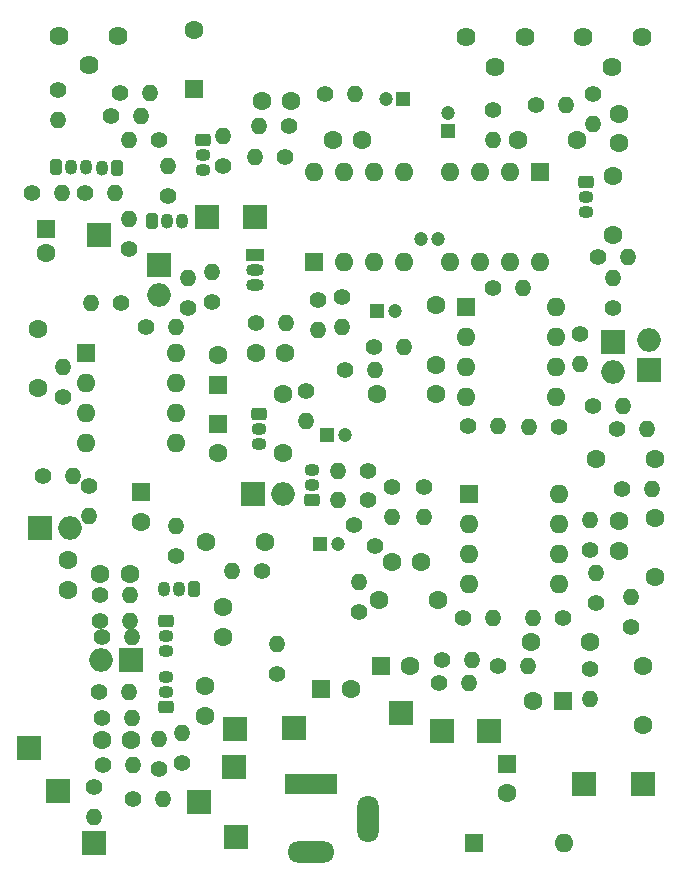
<source format=gbr>
%TF.GenerationSoftware,KiCad,Pcbnew,(6.0.0-0)*%
%TF.CreationDate,2022-11-24T10:29:58-08:00*%
%TF.ProjectId,Ibanez_FL-9,4962616e-657a-45f4-964c-2d392e6b6963,v02*%
%TF.SameCoordinates,Original*%
%TF.FileFunction,Copper,L1,Top*%
%TF.FilePolarity,Positive*%
%FSLAX46Y46*%
G04 Gerber Fmt 4.6, Leading zero omitted, Abs format (unit mm)*
G04 Created by KiCad (PCBNEW (6.0.0-0)) date 2022-11-24 10:29:58*
%MOMM*%
%LPD*%
G01*
G04 APERTURE LIST*
G04 Aperture macros list*
%AMRoundRect*
0 Rectangle with rounded corners*
0 $1 Rounding radius*
0 $2 $3 $4 $5 $6 $7 $8 $9 X,Y pos of 4 corners*
0 Add a 4 corners polygon primitive as box body*
4,1,4,$2,$3,$4,$5,$6,$7,$8,$9,$2,$3,0*
0 Add four circle primitives for the rounded corners*
1,1,$1+$1,$2,$3*
1,1,$1+$1,$4,$5*
1,1,$1+$1,$6,$7*
1,1,$1+$1,$8,$9*
0 Add four rect primitives between the rounded corners*
20,1,$1+$1,$2,$3,$4,$5,0*
20,1,$1+$1,$4,$5,$6,$7,0*
20,1,$1+$1,$6,$7,$8,$9,0*
20,1,$1+$1,$8,$9,$2,$3,0*%
%AMHorizOval*
0 Thick line with rounded ends*
0 $1 width*
0 $2 $3 position (X,Y) of the first rounded end (center of the circle)*
0 $4 $5 position (X,Y) of the second rounded end (center of the circle)*
0 Add line between two ends*
20,1,$1,$2,$3,$4,$5,0*
0 Add two circle primitives to create the rounded ends*
1,1,$1,$2,$3*
1,1,$1,$4,$5*%
G04 Aperture macros list end*
%TA.AperFunction,ComponentPad*%
%ADD10RoundRect,0.250001X-0.799999X-0.799999X0.799999X-0.799999X0.799999X0.799999X-0.799999X0.799999X0*%
%TD*%
%TA.AperFunction,ComponentPad*%
%ADD11C,1.600000*%
%TD*%
%TA.AperFunction,ComponentPad*%
%ADD12C,1.400000*%
%TD*%
%TA.AperFunction,ComponentPad*%
%ADD13O,1.400000X1.400000*%
%TD*%
%TA.AperFunction,ComponentPad*%
%ADD14R,2.000000X2.000000*%
%TD*%
%TA.AperFunction,ComponentPad*%
%ADD15O,2.000000X2.000000*%
%TD*%
%TA.AperFunction,ComponentPad*%
%ADD16R,1.200000X1.200000*%
%TD*%
%TA.AperFunction,ComponentPad*%
%ADD17C,1.200000*%
%TD*%
%TA.AperFunction,ComponentPad*%
%ADD18R,1.600000X1.600000*%
%TD*%
%TA.AperFunction,ComponentPad*%
%ADD19RoundRect,0.249900X-0.275100X-0.400100X0.275100X-0.400100X0.275100X0.400100X-0.275100X0.400100X0*%
%TD*%
%TA.AperFunction,ComponentPad*%
%ADD20O,1.050000X1.300000*%
%TD*%
%TA.AperFunction,ComponentPad*%
%ADD21RoundRect,0.249900X-0.400100X0.275100X-0.400100X-0.275100X0.400100X-0.275100X0.400100X0.275100X0*%
%TD*%
%TA.AperFunction,ComponentPad*%
%ADD22O,1.300000X1.050000*%
%TD*%
%TA.AperFunction,ComponentPad*%
%ADD23RoundRect,0.249900X0.400100X-0.275100X0.400100X0.275100X-0.400100X0.275100X-0.400100X-0.275100X0*%
%TD*%
%TA.AperFunction,ComponentPad*%
%ADD24O,1.600000X1.600000*%
%TD*%
%TA.AperFunction,ComponentPad*%
%ADD25RoundRect,0.249900X0.275100X0.400100X-0.275100X0.400100X-0.275100X-0.400100X0.275100X-0.400100X0*%
%TD*%
%TA.AperFunction,ComponentPad*%
%ADD26R,4.400000X1.800000*%
%TD*%
%TA.AperFunction,ComponentPad*%
%ADD27O,4.000000X1.800000*%
%TD*%
%TA.AperFunction,ComponentPad*%
%ADD28O,1.800000X4.000000*%
%TD*%
%TA.AperFunction,ComponentPad*%
%ADD29C,1.620000*%
%TD*%
%TA.AperFunction,ComponentPad*%
%ADD30R,1.500000X1.050000*%
%TD*%
%TA.AperFunction,ComponentPad*%
%ADD31O,1.500000X1.050000*%
%TD*%
%TA.AperFunction,ComponentPad*%
%ADD32HorizOval,1.400000X0.000000X0.000000X0.000000X0.000000X0*%
%TD*%
%TA.AperFunction,ViaPad*%
%ADD33C,1.200000*%
%TD*%
G04 APERTURE END LIST*
D10*
%TO.P,JP4,1,A*%
%TO.N,Net-(BT1-Pad1)*%
X219000000Y-101500000D03*
%TD*%
D11*
%TO.P,C126,1*%
%TO.N,Net-(C126-Pad1)*%
X212250000Y-51500000D03*
%TO.P,C126,2*%
%TO.N,/CP9*%
X209750000Y-51500000D03*
%TD*%
D12*
%TO.P,R142,1*%
%TO.N,GND*%
X190180000Y-93600000D03*
D13*
%TO.P,R142,2*%
%TO.N,Net-(D104-Pad1)*%
X192720000Y-93600000D03*
%TD*%
D10*
%TO.P,JP11,1,A*%
%TO.N,Net-(JP11-Pad1)*%
X198400000Y-107500000D03*
%TD*%
D11*
%TO.P,C118,1*%
%TO.N,Net-(C118-Pad1)*%
X214750000Y-87200000D03*
%TO.P,C118,2*%
%TO.N,/CP15*%
X217250000Y-87200000D03*
%TD*%
%TO.P,C107,1*%
%TO.N,GND*%
X234000000Y-51750000D03*
%TO.P,C107,2*%
%TO.N,Net-(C107-Pad2)*%
X234000000Y-49250000D03*
%TD*%
D14*
%TO.P,D107,1,K*%
%TO.N,Net-(D107-Pad1)*%
X195000000Y-62052330D03*
D15*
%TO.P,D107,2,A*%
%TO.N,GND*%
X195000000Y-64592330D03*
%TD*%
D16*
%TO.P,C117,1*%
%TO.N,/CP13*%
X208677401Y-85700000D03*
D17*
%TO.P,C117,2*%
%TO.N,Net-(C117-Pad2)*%
X210177401Y-85700000D03*
%TD*%
D11*
%TO.P,CR1,1*%
%TO.N,Net-(C122-Pad2)*%
X200500000Y-91050000D03*
%TO.P,CR1,2*%
%TO.N,Net-(Q104-Pad2)*%
X200500000Y-93550000D03*
%TD*%
D14*
%TO.P,D105,1,K*%
%TO.N,Net-(D105-Pad1)*%
X184952330Y-84300000D03*
D15*
%TO.P,D105,2,A*%
%TO.N,Net-(D105-Pad2)*%
X187492330Y-84300000D03*
%TD*%
D12*
%TO.P,R114,1*%
%TO.N,+5V*%
X209080000Y-47600000D03*
D13*
%TO.P,R114,2*%
%TO.N,Net-(R114-Pad2)*%
X211620000Y-47600000D03*
%TD*%
D12*
%TO.P,R116,1*%
%TO.N,GND*%
X223280000Y-64000000D03*
D13*
%TO.P,R116,2*%
%TO.N,/CP7*%
X225820000Y-64000000D03*
%TD*%
D12*
%TO.P,R162,1*%
%TO.N,GND*%
X197500000Y-65720000D03*
D13*
%TO.P,R162,2*%
%TO.N,Net-(D107-Pad1)*%
X197500000Y-63180000D03*
%TD*%
D16*
%TO.P,C115,1*%
%TO.N,/CP12*%
X209277401Y-76500000D03*
D17*
%TO.P,C115,2*%
%TO.N,Net-(C115-Pad2)*%
X210777401Y-76500000D03*
%TD*%
D12*
%TO.P,R132,1*%
%TO.N,GND*%
X218960000Y-95500000D03*
D13*
%TO.P,R132,2*%
%TO.N,Net-(JP3-Pad1)*%
X221500000Y-95500000D03*
%TD*%
D11*
%TO.P,C101,1*%
%TO.N,Net-(C101-Pad1)*%
X236000000Y-101000000D03*
%TO.P,C101,2*%
%TO.N,Net-(C101-Pad2)*%
X236000000Y-96000000D03*
%TD*%
D14*
%TO.P,D102,1,K*%
%TO.N,Net-(D101-Pad2)*%
X236500000Y-70947670D03*
D15*
%TO.P,D102,2,A*%
%TO.N,/CP5*%
X236500000Y-68407670D03*
%TD*%
D10*
%TO.P,JP5,1,A*%
%TO.N,Net-(C116-Pad2)*%
X215500000Y-100000000D03*
%TD*%
D12*
%TO.P,R130,1*%
%TO.N,Net-(R130-Pad1)*%
X220780000Y-92000000D03*
D13*
%TO.P,R130,2*%
%TO.N,/4.5v*%
X223320000Y-92000000D03*
%TD*%
D18*
%TO.P,C128,1*%
%TO.N,Net-(C128-Pad1)*%
X198000000Y-47200000D03*
D11*
%TO.P,C128,2*%
%TO.N,GND*%
X198000000Y-42200000D03*
%TD*%
%TO.P,C114,1*%
%TO.N,GND*%
X205750000Y-69500000D03*
%TO.P,C114,2*%
%TO.N,Net-(C114-Pad2)*%
X203250000Y-69500000D03*
%TD*%
D12*
%TO.P,R119,1*%
%TO.N,/CP11*%
X210780000Y-71000000D03*
D13*
%TO.P,R119,2*%
%TO.N,Net-(C111-Pad2)*%
X213320000Y-71000000D03*
%TD*%
D18*
%TO.P,C131,1*%
%TO.N,Net-(C130-Pad1)*%
X200000000Y-75500000D03*
D11*
%TO.P,C131,2*%
%TO.N,Net-(C131-Pad2)*%
X200000000Y-78000000D03*
%TD*%
D12*
%TO.P,R121,1*%
%TO.N,Net-(C113-Pad1)*%
X208500000Y-65000000D03*
D13*
%TO.P,R121,2*%
%TO.N,/CP11*%
X208500000Y-67540000D03*
%TD*%
D12*
%TO.P,R149,1*%
%TO.N,Net-(Q108-Pad1)*%
X188780000Y-56000000D03*
D13*
%TO.P,R149,2*%
%TO.N,Net-(C128-Pad1)*%
X191320000Y-56000000D03*
%TD*%
D12*
%TO.P,R153,1*%
%TO.N,Net-(C128-Pad1)*%
X191000000Y-49500000D03*
D13*
%TO.P,R153,2*%
%TO.N,/CP8*%
X193540000Y-49500000D03*
%TD*%
D12*
%TO.P,R124,1*%
%TO.N,/4.5v*%
X212720000Y-79500000D03*
D13*
%TO.P,R124,2*%
%TO.N,Net-(C115-Pad2)*%
X210180000Y-79500000D03*
%TD*%
D10*
%TO.P,JP1,1,A*%
%TO.N,Net-(JP1-Pad1)*%
X236000000Y-106000000D03*
%TD*%
D16*
%TO.P,C110,1*%
%TO.N,/CP7*%
X213500000Y-66000000D03*
D17*
%TO.P,C110,2*%
%TO.N,Net-(C110-Pad2)*%
X215000000Y-66000000D03*
%TD*%
D19*
%TO.P,Q109,1,E*%
%TO.N,Net-(JP8-Pad2)*%
X194460000Y-58335000D03*
D20*
%TO.P,Q109,2,C*%
%TO.N,+5V*%
X195730000Y-58335000D03*
%TO.P,Q109,3,B*%
%TO.N,Net-(D107-Pad1)*%
X197000000Y-58335000D03*
%TD*%
D21*
%TO.P,Q107,1,E*%
%TO.N,+5V*%
X198765000Y-51530000D03*
D22*
%TO.P,Q107,2,C*%
%TO.N,Net-(Q107-Pad2)*%
X198765000Y-52800000D03*
%TO.P,Q107,3,B*%
%TO.N,Net-(C127-Pad2)*%
X198765000Y-54070000D03*
%TD*%
D10*
%TO.P,JP9,1,A*%
%TO.N,Net-(D1-Pad2)*%
X201400000Y-104600000D03*
%TD*%
D12*
%TO.P,R143,1*%
%TO.N,Net-(Q106-Pad3)*%
X196500000Y-86720000D03*
D13*
%TO.P,R143,2*%
%TO.N,Net-(Q105-Pad2)*%
X196500000Y-84180000D03*
%TD*%
D10*
%TO.P,JP13,1,A*%
%TO.N,Net-(JP13-Pad1)*%
X186500000Y-106600000D03*
%TD*%
D11*
%TO.P,C112,1*%
%TO.N,Net-(C112-Pad1)*%
X218500000Y-70500000D03*
%TO.P,C112,2*%
%TO.N,/CP11*%
X218500000Y-65500000D03*
%TD*%
D12*
%TO.P,R110,1*%
%TO.N,/CP5*%
X233500000Y-65720000D03*
D13*
%TO.P,R110,2*%
%TO.N,Net-(C106-Pad1)*%
X233500000Y-63180000D03*
%TD*%
D12*
%TO.P,R159,1*%
%TO.N,GND*%
X189100000Y-80780000D03*
D13*
%TO.P,R159,2*%
%TO.N,Net-(C132-Pad1)*%
X189100000Y-83320000D03*
%TD*%
D12*
%TO.P,R127,1*%
%TO.N,/CP4*%
X217500000Y-80880000D03*
D13*
%TO.P,R127,2*%
%TO.N,Net-(C118-Pad1)*%
X217500000Y-83420000D03*
%TD*%
D12*
%TO.P,R101,1*%
%TO.N,Net-(C101-Pad2)*%
X235000000Y-92720000D03*
D13*
%TO.P,R101,2*%
%TO.N,Net-(R101-Pad2)*%
X235000000Y-90180000D03*
%TD*%
D12*
%TO.P,R118,1*%
%TO.N,Net-(C111-Pad2)*%
X213280000Y-69000000D03*
D13*
%TO.P,R118,2*%
%TO.N,Net-(C112-Pad1)*%
X215820000Y-69000000D03*
%TD*%
D12*
%TO.P,R131,1*%
%TO.N,Net-(C120-Pad2)*%
X218780000Y-97500000D03*
D13*
%TO.P,R131,2*%
%TO.N,Net-(JP3-Pad1)*%
X221320000Y-97500000D03*
%TD*%
D16*
%TO.P,C109,1*%
%TO.N,Net-(C109-Pad1)*%
X215722599Y-48000000D03*
D17*
%TO.P,C109,2*%
%TO.N,GND*%
X214222599Y-48000000D03*
%TD*%
D18*
%TO.P,C132,1*%
%TO.N,Net-(C132-Pad1)*%
X193500000Y-81294888D03*
D11*
%TO.P,C132,2*%
%TO.N,GND*%
X193500000Y-83794888D03*
%TD*%
D12*
%TO.P,R109,1*%
%TO.N,Net-(C104-Pad2)*%
X233780000Y-76000000D03*
D13*
%TO.P,R109,2*%
%TO.N,Net-(R109-Pad2)*%
X236320000Y-76000000D03*
%TD*%
D23*
%TO.P,Q103,1,S*%
%TO.N,/CP13*%
X208000000Y-82000000D03*
D22*
%TO.P,Q103,2,G*%
%TO.N,Net-(D103-Pad2)*%
X208000000Y-80730000D03*
%TO.P,Q103,3,D*%
%TO.N,Net-(C115-Pad2)*%
X208000000Y-79460000D03*
%TD*%
D11*
%TO.P,C113,1*%
%TO.N,Net-(C113-Pad1)*%
X205500000Y-78000000D03*
%TO.P,C113,2*%
%TO.N,/CP12*%
X205500000Y-73000000D03*
%TD*%
D12*
%TO.P,R157,1*%
%TO.N,Net-(C130-Pad2)*%
X205000000Y-96720000D03*
D13*
%TO.P,R157,2*%
%TO.N,Net-(JP7-Pad2)*%
X205000000Y-94180000D03*
%TD*%
D12*
%TO.P,R136,1*%
%TO.N,GND*%
X190180000Y-100400000D03*
D13*
%TO.P,R136,2*%
%TO.N,Net-(C123-Pad2)*%
X192720000Y-100400000D03*
%TD*%
D12*
%TO.P,R115,1*%
%TO.N,Net-(R115-Pad1)*%
X227000000Y-48500000D03*
D13*
%TO.P,R115,2*%
%TO.N,GND*%
X229540000Y-48500000D03*
%TD*%
D11*
%TO.P,C123,1*%
%TO.N,Net-(C122-Pad1)*%
X190200000Y-102300000D03*
%TO.P,C123,2*%
%TO.N,Net-(C123-Pad2)*%
X192700000Y-102300000D03*
%TD*%
D18*
%TO.P,U101,1*%
%TO.N,/CP15*%
X221300000Y-81500000D03*
D24*
%TO.P,U101,2,-*%
%TO.N,Net-(C118-Pad1)*%
X221300000Y-84040000D03*
%TO.P,U101,3,+*%
%TO.N,Net-(R130-Pad1)*%
X221300000Y-86580000D03*
%TO.P,U101,4,V-*%
%TO.N,GND*%
X221300000Y-89120000D03*
%TO.P,U101,5,+*%
%TO.N,Net-(R101-Pad2)*%
X228920000Y-89120000D03*
%TO.P,U101,6,-*%
%TO.N,Net-(C102-Pad1)*%
X228920000Y-86580000D03*
%TO.P,U101,7*%
%TO.N,/CP4*%
X228920000Y-84040000D03*
%TO.P,U101,8,V+*%
%TO.N,+9V*%
X228920000Y-81500000D03*
%TD*%
D12*
%TO.P,R138,1*%
%TO.N,Net-(R138-Pad1)*%
X190280000Y-104400000D03*
D13*
%TO.P,R138,2*%
%TO.N,Net-(C122-Pad1)*%
X192820000Y-104400000D03*
%TD*%
D10*
%TO.P,JP15,1,A*%
%TO.N,Net-(JP15-Pad1)*%
X203140000Y-58000000D03*
%TD*%
D11*
%TO.P,C127,1*%
%TO.N,Net-(C126-Pad1)*%
X206250000Y-48200000D03*
%TO.P,C127,2*%
%TO.N,Net-(C127-Pad2)*%
X203750000Y-48200000D03*
%TD*%
D12*
%TO.P,R111,1*%
%TO.N,Net-(C107-Pad2)*%
X232180000Y-61400000D03*
D13*
%TO.P,R111,2*%
%TO.N,Net-(C106-Pad1)*%
X234720000Y-61400000D03*
%TD*%
D10*
%TO.P,JP7,1,A*%
%TO.N,Net-(JP7-Pad1)*%
X201500000Y-101400000D03*
%TD*%
D19*
%TO.P,Q108,1,B1*%
%TO.N,Net-(Q108-Pad1)*%
X186310000Y-53816000D03*
D20*
%TO.P,Q108,2,C1*%
X187580000Y-53816000D03*
%TO.P,Q108,3,E*%
%TO.N,GND*%
X188850000Y-53816000D03*
%TO.P,Q108,4,C2*%
%TO.N,Net-(Q108-Pad4)*%
X190192000Y-53846000D03*
D25*
%TO.P,Q108,5,B2*%
%TO.N,Net-(C128-Pad1)*%
X191462000Y-53846000D03*
%TD*%
D11*
%TO.P,C103,1*%
%TO.N,Net-(C103-Pad1)*%
X226500000Y-94000000D03*
%TO.P,C103,2*%
%TO.N,Net-(C103-Pad2)*%
X231500000Y-94000000D03*
%TD*%
%TO.P,C106,1*%
%TO.N,Net-(C106-Pad1)*%
X233500000Y-59500000D03*
%TO.P,C106,2*%
%TO.N,/CP6*%
X233500000Y-54500000D03*
%TD*%
D12*
%TO.P,R108,1*%
%TO.N,Net-(C104-Pad2)*%
X231780000Y-74000000D03*
D13*
%TO.P,R108,2*%
%TO.N,Net-(D101-Pad2)*%
X234320000Y-74000000D03*
%TD*%
D11*
%TO.P,C124,1*%
%TO.N,GND*%
X187300000Y-87050000D03*
%TO.P,C124,2*%
%TO.N,Net-(C122-Pad1)*%
X187300000Y-89550000D03*
%TD*%
D10*
%TO.P,JP2,1,A*%
%TO.N,Net-(J1-PadT)*%
X231000000Y-106000000D03*
%TD*%
D12*
%TO.P,R141,1*%
%TO.N,Net-(C122-Pad1)*%
X192880000Y-107300000D03*
D13*
%TO.P,R141,2*%
%TO.N,Net-(JP11-Pad1)*%
X195420000Y-107300000D03*
%TD*%
D21*
%TO.P,Q105,1,E*%
%TO.N,Net-(D104-Pad2)*%
X195665000Y-92230000D03*
D22*
%TO.P,Q105,2,C*%
%TO.N,Net-(Q105-Pad2)*%
X195665000Y-93500000D03*
%TO.P,Q105,3,B*%
%TO.N,Net-(C122-Pad2)*%
X195665000Y-94770000D03*
%TD*%
D12*
%TO.P,R139,1*%
%TO.N,Net-(R138-Pad1)*%
X197000000Y-104220000D03*
D13*
%TO.P,R139,2*%
%TO.N,+9V*%
X197000000Y-101680000D03*
%TD*%
D12*
%TO.P,R145,1*%
%TO.N,/CP9*%
X205720000Y-52900000D03*
D13*
%TO.P,R145,2*%
%TO.N,Net-(Q107-Pad2)*%
X203180000Y-52900000D03*
%TD*%
D12*
%TO.P,R107,1*%
%TO.N,/CP5*%
X230700000Y-67880000D03*
D13*
%TO.P,R107,2*%
%TO.N,Net-(C104-Pad2)*%
X230700000Y-70420000D03*
%TD*%
D18*
%TO.P,U103,1*%
%TO.N,Net-(C129-Pad2)*%
X188900000Y-69500000D03*
D24*
%TO.P,U103,2,-*%
%TO.N,Net-(C129-Pad1)*%
X188900000Y-72040000D03*
%TO.P,U103,3,+*%
%TO.N,Net-(R155-Pad1)*%
X188900000Y-74580000D03*
%TO.P,U103,4,V-*%
%TO.N,GND*%
X188900000Y-77120000D03*
%TO.P,U103,5,+*%
%TO.N,Net-(C132-Pad1)*%
X196520000Y-77120000D03*
%TO.P,U103,6,-*%
%TO.N,Net-(C130-Pad2)*%
X196520000Y-74580000D03*
%TO.P,U103,7*%
%TO.N,Net-(C131-Pad2)*%
X196520000Y-72040000D03*
%TO.P,U103,8,V+*%
%TO.N,+5V*%
X196520000Y-69500000D03*
%TD*%
D11*
%TO.P,C102,1*%
%TO.N,Net-(C102-Pad1)*%
X234000000Y-86250000D03*
%TO.P,C102,2*%
%TO.N,/CP4*%
X234000000Y-83750000D03*
%TD*%
D18*
%TO.P,U105,1,VDD*%
%TO.N,+5V*%
X208200000Y-61800000D03*
D24*
%TO.P,U105,2,CP1*%
%TO.N,Net-(U104-Pad2)*%
X210740000Y-61800000D03*
%TO.P,U105,3,GND*%
%TO.N,GND*%
X213280000Y-61800000D03*
%TO.P,U105,4,CP2*%
%TO.N,/CP1*%
X215820000Y-61800000D03*
%TO.P,U105,5,OX3*%
%TO.N,Net-(C126-Pad1)*%
X215820000Y-54180000D03*
%TO.P,U105,6,OX2*%
%TO.N,unconnected-(U105-Pad6)*%
X213280000Y-54180000D03*
%TO.P,U105,7,OX1*%
%TO.N,/CP9*%
X210740000Y-54180000D03*
%TO.P,U105,8,VGG*%
%TO.N,Net-(C125-Pad1)*%
X208200000Y-54180000D03*
%TD*%
D12*
%TO.P,R152,1*%
%TO.N,Net-(R152-Pad1)*%
X186500000Y-47280000D03*
D13*
%TO.P,R152,2*%
%TO.N,+5V*%
X186500000Y-49820000D03*
%TD*%
D18*
%TO.P,U104,1,GND*%
%TO.N,GND*%
X227300000Y-54200000D03*
D24*
%TO.P,U104,2,CP1*%
%TO.N,Net-(U104-Pad2)*%
X224760000Y-54200000D03*
%TO.P,U104,3,IN*%
%TO.N,Net-(C108-Pad2)*%
X222220000Y-54200000D03*
%TO.P,U104,4,VGG*%
%TO.N,Net-(C125-Pad1)*%
X219680000Y-54200000D03*
%TO.P,U104,5,VDD*%
%TO.N,+5V*%
X219680000Y-61820000D03*
%TO.P,U104,6,CP2*%
%TO.N,/CP1*%
X222220000Y-61820000D03*
%TO.P,U104,7,OUT1*%
%TO.N,/CP7*%
X224760000Y-61820000D03*
%TO.P,U104,8,OUT2*%
X227300000Y-61820000D03*
%TD*%
D12*
%TO.P,R104,1*%
%TO.N,Net-(C105-Pad2)*%
X232000000Y-90720000D03*
D13*
%TO.P,R104,2*%
%TO.N,Net-(C102-Pad1)*%
X232000000Y-88180000D03*
%TD*%
D26*
%TO.P,J3,1*%
%TO.N,GND*%
X207900000Y-106000000D03*
D27*
%TO.P,J3,2*%
%TO.N,+9V*%
X207900000Y-111800000D03*
D28*
%TO.P,J3,3*%
%TO.N,Net-(J3-Pad3)*%
X212700000Y-109000000D03*
%TD*%
D11*
%TO.P,C111,1*%
%TO.N,GND*%
X213500000Y-73000000D03*
%TO.P,C111,2*%
%TO.N,Net-(C111-Pad2)*%
X218500000Y-73000000D03*
%TD*%
D29*
%TO.P,RV103,1,1*%
%TO.N,Net-(R109-Pad2)*%
X235900000Y-42775000D03*
%TO.P,RV103,2,2*%
%TO.N,Net-(C103-Pad1)*%
X233400000Y-45275000D03*
%TO.P,RV103,3,3*%
X230900000Y-42775000D03*
%TD*%
D10*
%TO.P,JP12,1,A*%
%TO.N,Net-(D1-Pad1)*%
X189500000Y-111000000D03*
%TD*%
%TO.P,JP16,1,A*%
%TO.N,Net-(JP16-Pad1)*%
X190000000Y-59500000D03*
%TD*%
D11*
%TO.P,C121,1*%
%TO.N,GND*%
X199000000Y-85500000D03*
%TO.P,C121,2*%
%TO.N,/CP14*%
X204000000Y-85500000D03*
%TD*%
%TO.P,C105,1*%
%TO.N,/4.5v*%
X237000000Y-88500000D03*
%TO.P,C105,2*%
%TO.N,Net-(C105-Pad2)*%
X237000000Y-83500000D03*
%TD*%
D12*
%TO.P,R134,1*%
%TO.N,+9V*%
X190080000Y-92200000D03*
D13*
%TO.P,R134,2*%
%TO.N,Net-(Q105-Pad2)*%
X192620000Y-92200000D03*
%TD*%
D10*
%TO.P,JP3,1,A*%
%TO.N,Net-(JP3-Pad1)*%
X223000000Y-101500000D03*
%TD*%
D12*
%TO.P,R163,1*%
%TO.N,/4.5v*%
X231500000Y-96280000D03*
D13*
%TO.P,R163,2*%
%TO.N,+9V*%
X231500000Y-98820000D03*
%TD*%
D12*
%TO.P,R103,1*%
%TO.N,Net-(C102-Pad1)*%
X231500000Y-86220000D03*
D13*
%TO.P,R103,2*%
%TO.N,/CP4*%
X231500000Y-83680000D03*
%TD*%
D25*
%TO.P,Q106,1,E*%
%TO.N,Net-(D104-Pad2)*%
X198000000Y-89500000D03*
D20*
%TO.P,Q106,2,C*%
%TO.N,Net-(R144-Pad2)*%
X196730000Y-89500000D03*
%TO.P,Q106,3,B*%
%TO.N,Net-(Q106-Pad3)*%
X195460000Y-89500000D03*
%TD*%
D12*
%TO.P,R112,1*%
%TO.N,GND*%
X231800000Y-47580000D03*
D13*
%TO.P,R112,2*%
%TO.N,/CP6*%
X231800000Y-50120000D03*
%TD*%
D21*
%TO.P,Q101,1,E*%
%TO.N,/CP6*%
X231165000Y-55030000D03*
D22*
%TO.P,Q101,2,C*%
%TO.N,/4.5v*%
X231165000Y-56300000D03*
%TO.P,Q101,3,B*%
%TO.N,Net-(C107-Pad2)*%
X231165000Y-57570000D03*
%TD*%
D29*
%TO.P,RV102,1,1*%
%TO.N,Net-(R114-Pad2)*%
X226000000Y-42775000D03*
%TO.P,RV102,2,2*%
%TO.N,Net-(C109-Pad1)*%
X223500000Y-45275000D03*
%TO.P,RV102,3,3*%
%TO.N,Net-(R115-Pad1)*%
X221000000Y-42775000D03*
%TD*%
D11*
%TO.P,C129,1*%
%TO.N,Net-(C129-Pad1)*%
X184800000Y-72500000D03*
%TO.P,C129,2*%
%TO.N,Net-(C129-Pad2)*%
X184800000Y-67500000D03*
%TD*%
D18*
%TO.P,C116,1*%
%TO.N,/CP13*%
X208794888Y-98000000D03*
D11*
%TO.P,C116,2*%
%TO.N,Net-(C116-Pad2)*%
X211294888Y-98000000D03*
%TD*%
%TO.P,C119,1*%
%TO.N,Net-(C119-Pad1)*%
X213700000Y-90400000D03*
%TO.P,C119,2*%
%TO.N,/CP15*%
X218700000Y-90400000D03*
%TD*%
D29*
%TO.P,RV101,1,1*%
%TO.N,GND*%
X191600000Y-42675000D03*
%TO.P,RV101,2,2*%
%TO.N,Net-(R151-Pad1)*%
X189100000Y-45175000D03*
%TO.P,RV101,3,3*%
%TO.N,Net-(R152-Pad1)*%
X186600000Y-42675000D03*
%TD*%
D12*
%TO.P,R125,1*%
%TO.N,/4.5v*%
X212720000Y-82000000D03*
D13*
%TO.P,R125,2*%
%TO.N,/CP13*%
X210180000Y-82000000D03*
%TD*%
D12*
%TO.P,R140,1*%
%TO.N,Net-(R138-Pad1)*%
X195000000Y-104720000D03*
D13*
%TO.P,R140,2*%
%TO.N,GND*%
X195000000Y-102180000D03*
%TD*%
D18*
%TO.P,U102,1*%
%TO.N,/CP11*%
X221000000Y-65600000D03*
D24*
%TO.P,U102,2,-*%
%TO.N,Net-(C112-Pad1)*%
X221000000Y-68140000D03*
%TO.P,U102,3,+*%
%TO.N,Net-(R120-Pad1)*%
X221000000Y-70680000D03*
%TO.P,U102,4,V-*%
%TO.N,GND*%
X221000000Y-73220000D03*
%TO.P,U102,5,+*%
%TO.N,Net-(R106-Pad1)*%
X228620000Y-73220000D03*
%TO.P,U102,6,-*%
%TO.N,Net-(C104-Pad2)*%
X228620000Y-70680000D03*
%TO.P,U102,7*%
%TO.N,/CP5*%
X228620000Y-68140000D03*
%TO.P,U102,8,V+*%
%TO.N,+9V*%
X228620000Y-65600000D03*
%TD*%
D12*
%TO.P,R120,1*%
%TO.N,Net-(R120-Pad1)*%
X221180000Y-75700000D03*
D13*
%TO.P,R120,2*%
%TO.N,/4.5v*%
X223720000Y-75700000D03*
%TD*%
D14*
%TO.P,D104,1,K*%
%TO.N,Net-(D104-Pad1)*%
X192647670Y-95500000D03*
D15*
%TO.P,D104,2,A*%
%TO.N,Net-(D104-Pad2)*%
X190107670Y-95500000D03*
%TD*%
D18*
%TO.P,C120,1*%
%TO.N,/CP15*%
X213794888Y-96000000D03*
D11*
%TO.P,C120,2*%
%TO.N,Net-(C120-Pad2)*%
X216294888Y-96000000D03*
%TD*%
D12*
%TO.P,R122,1*%
%TO.N,Net-(C114-Pad2)*%
X203280000Y-67000000D03*
D13*
%TO.P,R122,2*%
%TO.N,Net-(C113-Pad1)*%
X205820000Y-67000000D03*
%TD*%
D10*
%TO.P,JP6,1,A*%
%TO.N,Net-(JP6-Pad1)*%
X206500000Y-101300000D03*
%TD*%
D12*
%TO.P,R133,1*%
%TO.N,/CP14*%
X203720000Y-88000000D03*
D13*
%TO.P,R133,2*%
%TO.N,Net-(Q105-Pad2)*%
X201180000Y-88000000D03*
%TD*%
D21*
%TO.P,Q102,1,E*%
%TO.N,/CP12*%
X203500000Y-74730000D03*
D22*
%TO.P,Q102,2,C*%
%TO.N,/4.5v*%
X203500000Y-76000000D03*
%TO.P,Q102,3,B*%
%TO.N,Net-(C114-Pad2)*%
X203500000Y-77270000D03*
%TD*%
D12*
%TO.P,R105,1*%
%TO.N,/CP4*%
X234280000Y-81000000D03*
D13*
%TO.P,R105,2*%
%TO.N,Net-(C104-Pad1)*%
X236820000Y-81000000D03*
%TD*%
D12*
%TO.P,R106,1*%
%TO.N,Net-(R106-Pad1)*%
X228920000Y-75800000D03*
D13*
%TO.P,R106,2*%
%TO.N,/4.5v*%
X226380000Y-75800000D03*
%TD*%
D30*
%TO.P,U106,1,VO*%
%TO.N,+5V*%
X203140000Y-61230000D03*
D31*
%TO.P,U106,2,GND*%
%TO.N,GND*%
X203140000Y-62500000D03*
%TO.P,U106,3,VI*%
%TO.N,+9V*%
X203140000Y-63770000D03*
%TD*%
D12*
%TO.P,R161,1*%
%TO.N,Net-(D107-Pad1)*%
X195800000Y-56220000D03*
D13*
%TO.P,R161,2*%
%TO.N,+5V*%
X195800000Y-53680000D03*
%TD*%
D18*
%TO.P,D106,1,K*%
%TO.N,+9V*%
X221690000Y-111000000D03*
D24*
%TO.P,D106,2,A*%
%TO.N,GND*%
X229310000Y-111000000D03*
%TD*%
D18*
%TO.P,C133,1*%
%TO.N,+9V*%
X224500000Y-104317621D03*
D11*
%TO.P,C133,2*%
%TO.N,GND*%
X224500000Y-106817621D03*
%TD*%
D10*
%TO.P,JP8,1,A*%
%TO.N,Net-(JP8-Pad1)*%
X199140000Y-58000000D03*
%TD*%
D11*
%TO.P,CR2,1*%
%TO.N,Net-(Q105-Pad2)*%
X198900000Y-97750000D03*
%TO.P,CR2,2*%
%TO.N,Net-(C123-Pad2)*%
X198900000Y-100250000D03*
%TD*%
D12*
%TO.P,R126,1*%
%TO.N,Net-(C118-Pad1)*%
X213362671Y-85862671D03*
D32*
%TO.P,R126,2*%
%TO.N,Net-(C117-Pad2)*%
X211566620Y-84066620D03*
%TD*%
D14*
%TO.P,D101,1,K*%
%TO.N,/CP5*%
X233500000Y-68552330D03*
D15*
%TO.P,D101,2,A*%
%TO.N,Net-(D101-Pad2)*%
X233500000Y-71092330D03*
%TD*%
D11*
%TO.P,C108,1*%
%TO.N,/CP6*%
X230400000Y-51500000D03*
%TO.P,C108,2*%
%TO.N,Net-(C108-Pad2)*%
X225400000Y-51500000D03*
%TD*%
D12*
%TO.P,R102,1*%
%TO.N,Net-(R101-Pad2)*%
X229220000Y-92000000D03*
D13*
%TO.P,R102,2*%
%TO.N,/4.5v*%
X226680000Y-92000000D03*
%TD*%
D12*
%TO.P,R113,1*%
%TO.N,Net-(C109-Pad1)*%
X223300000Y-48980000D03*
D13*
%TO.P,R113,2*%
%TO.N,Net-(C108-Pad2)*%
X223300000Y-51520000D03*
%TD*%
D14*
%TO.P,D103,1,K*%
%TO.N,/CP14*%
X203000000Y-81500000D03*
D15*
%TO.P,D103,2,A*%
%TO.N,Net-(D103-Pad2)*%
X205540000Y-81500000D03*
%TD*%
D11*
%TO.P,C104,1*%
%TO.N,Net-(C104-Pad1)*%
X237000000Y-78500000D03*
%TO.P,C104,2*%
%TO.N,Net-(C104-Pad2)*%
X232000000Y-78500000D03*
%TD*%
D12*
%TO.P,R146,1*%
%TO.N,Net-(C126-Pad1)*%
X206020000Y-50300000D03*
D13*
%TO.P,R146,2*%
%TO.N,Net-(C127-Pad2)*%
X203480000Y-50300000D03*
%TD*%
D10*
%TO.P,JP14,1,A*%
%TO.N,Net-(JP14-Pad1)*%
X184000000Y-103000000D03*
%TD*%
D12*
%TO.P,R165,1*%
%TO.N,GND*%
X199500000Y-65220000D03*
D13*
%TO.P,R165,2*%
%TO.N,Net-(JP8-Pad2)*%
X199500000Y-62680000D03*
%TD*%
D12*
%TO.P,R128,1*%
%TO.N,Net-(C119-Pad1)*%
X212000000Y-91420000D03*
D13*
%TO.P,R128,2*%
%TO.N,Net-(C118-Pad1)*%
X212000000Y-88880000D03*
%TD*%
D18*
%TO.P,C130,1*%
%TO.N,Net-(C130-Pad1)*%
X200000000Y-72205113D03*
D11*
%TO.P,C130,2*%
%TO.N,Net-(C130-Pad2)*%
X200000000Y-69705113D03*
%TD*%
D12*
%TO.P,R137,1*%
%TO.N,GND*%
X190080000Y-90000000D03*
D13*
%TO.P,R137,2*%
%TO.N,Net-(C122-Pad2)*%
X192620000Y-90000000D03*
%TD*%
D12*
%TO.P,R158,1*%
%TO.N,Net-(C132-Pad1)*%
X193980000Y-67300000D03*
D13*
%TO.P,R158,2*%
%TO.N,+5V*%
X196520000Y-67300000D03*
%TD*%
D12*
%TO.P,R156,1*%
%TO.N,Net-(C131-Pad2)*%
X191820000Y-65300000D03*
D13*
%TO.P,R156,2*%
%TO.N,Net-(R155-Pad1)*%
X189280000Y-65300000D03*
%TD*%
D16*
%TO.P,C125,1*%
%TO.N,Net-(C125-Pad1)*%
X219500000Y-50722599D03*
D17*
%TO.P,C125,2*%
%TO.N,GND*%
X219500000Y-49222599D03*
%TD*%
D18*
%TO.P,C134,1*%
%TO.N,+5V*%
X185500000Y-59044888D03*
D11*
%TO.P,C134,2*%
%TO.N,GND*%
X185500000Y-61044888D03*
%TD*%
D12*
%TO.P,R135,1*%
%TO.N,+9V*%
X189980000Y-98200000D03*
D13*
%TO.P,R135,2*%
%TO.N,Net-(Q104-Pad2)*%
X192520000Y-98200000D03*
%TD*%
D12*
%TO.P,R150,1*%
%TO.N,Net-(Q108-Pad1)*%
X184280000Y-56000000D03*
D13*
%TO.P,R150,2*%
%TO.N,+5V*%
X186820000Y-56000000D03*
%TD*%
D12*
%TO.P,R154,1*%
%TO.N,Net-(C129-Pad1)*%
X185180000Y-79900000D03*
D13*
%TO.P,R154,2*%
%TO.N,Net-(C132-Pad1)*%
X187720000Y-79900000D03*
%TD*%
D23*
%TO.P,Q104,1,E*%
%TO.N,Net-(D104-Pad2)*%
X195635000Y-99470000D03*
D22*
%TO.P,Q104,2,C*%
%TO.N,Net-(Q104-Pad2)*%
X195635000Y-98200000D03*
%TO.P,Q104,3,B*%
%TO.N,Net-(C123-Pad2)*%
X195635000Y-96930000D03*
%TD*%
D12*
%TO.P,R148,1*%
%TO.N,Net-(Q107-Pad2)*%
X195040000Y-51500000D03*
D13*
%TO.P,R148,2*%
%TO.N,Net-(Q108-Pad4)*%
X192500000Y-51500000D03*
%TD*%
D12*
%TO.P,R117,1*%
%TO.N,Net-(C110-Pad2)*%
X210500000Y-64780000D03*
D13*
%TO.P,R117,2*%
%TO.N,Net-(C111-Pad2)*%
X210500000Y-67320000D03*
%TD*%
D12*
%TO.P,R147,1*%
%TO.N,+5V*%
X200500000Y-53720000D03*
D13*
%TO.P,R147,2*%
%TO.N,Net-(C127-Pad2)*%
X200500000Y-51180000D03*
%TD*%
D12*
%TO.P,R144,1*%
%TO.N,Net-(D105-Pad2)*%
X189500000Y-106280000D03*
D13*
%TO.P,R144,2*%
%TO.N,Net-(R144-Pad2)*%
X189500000Y-108820000D03*
%TD*%
D12*
%TO.P,R164,1*%
%TO.N,GND*%
X223780000Y-96000000D03*
D13*
%TO.P,R164,2*%
%TO.N,/4.5v*%
X226320000Y-96000000D03*
%TD*%
D18*
%TO.P,C135,1*%
%TO.N,/4.5v*%
X229205112Y-99000000D03*
D11*
%TO.P,C135,2*%
%TO.N,GND*%
X226705112Y-99000000D03*
%TD*%
D12*
%TO.P,R160,1*%
%TO.N,Net-(D107-Pad1)*%
X192500000Y-60720000D03*
D13*
%TO.P,R160,2*%
%TO.N,Net-(JP16-Pad2)*%
X192500000Y-58180000D03*
%TD*%
D10*
%TO.P,JP10,1,A*%
%TO.N,Net-(JP10-Pad1)*%
X201600000Y-110500000D03*
%TD*%
D11*
%TO.P,C122,1*%
%TO.N,Net-(C122-Pad1)*%
X190050000Y-88200000D03*
%TO.P,C122,2*%
%TO.N,Net-(C122-Pad2)*%
X192550000Y-88200000D03*
%TD*%
D12*
%TO.P,R151,1*%
%TO.N,Net-(R151-Pad1)*%
X191780000Y-47500000D03*
D13*
%TO.P,R151,2*%
%TO.N,Net-(C128-Pad1)*%
X194320000Y-47500000D03*
%TD*%
D12*
%TO.P,R155,1*%
%TO.N,Net-(R155-Pad1)*%
X186900000Y-73220000D03*
D13*
%TO.P,R155,2*%
%TO.N,Net-(C129-Pad2)*%
X186900000Y-70680000D03*
%TD*%
D12*
%TO.P,R129,1*%
%TO.N,Net-(C118-Pad1)*%
X214800000Y-80880000D03*
D13*
%TO.P,R129,2*%
%TO.N,/CP15*%
X214800000Y-83420000D03*
%TD*%
D12*
%TO.P,R123,1*%
%TO.N,/CP12*%
X207500000Y-72780000D03*
D13*
%TO.P,R123,2*%
%TO.N,GND*%
X207500000Y-75320000D03*
%TD*%
D33*
%TO.N,/CP1*%
X218700000Y-59900000D03*
X217200000Y-59900000D03*
%TD*%
M02*

</source>
